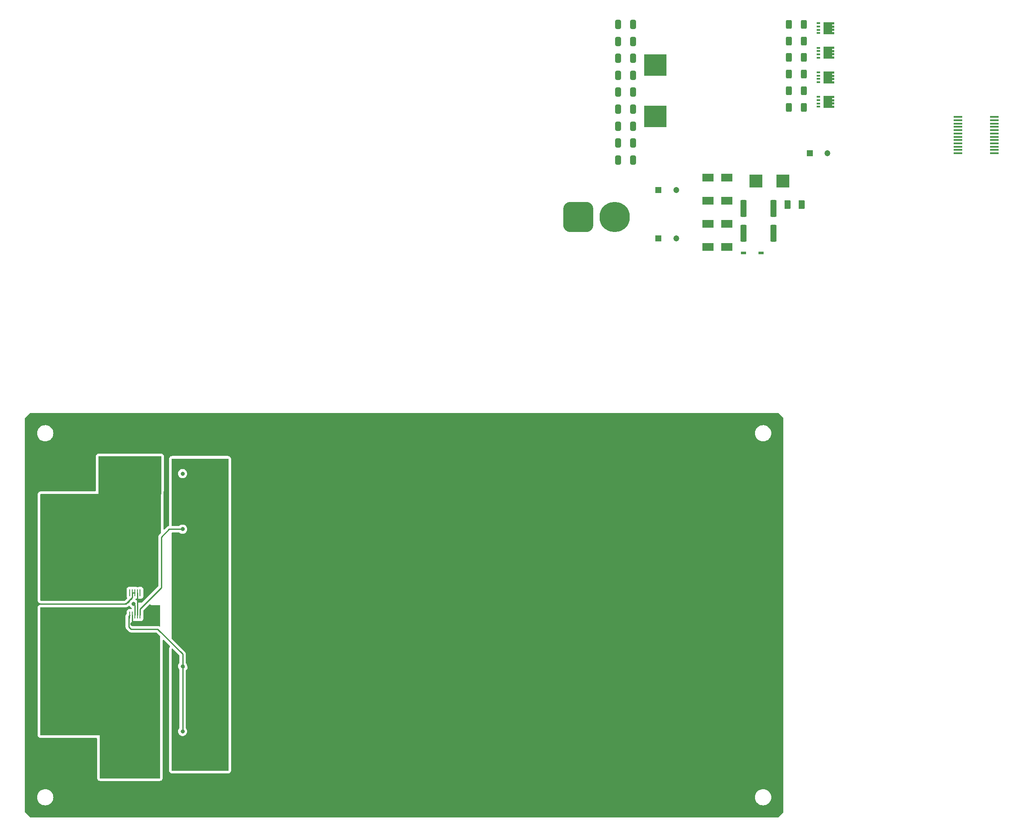
<source format=gtl>
G04 #@! TF.GenerationSoftware,KiCad,Pcbnew,7.0.1*
G04 #@! TF.CreationDate,2023-04-06T04:35:05-07:00*
G04 #@! TF.ProjectId,rps01,72707330-312e-46b6-9963-61645f706362,0*
G04 #@! TF.SameCoordinates,Original*
G04 #@! TF.FileFunction,Copper,L1,Top*
G04 #@! TF.FilePolarity,Positive*
%FSLAX46Y46*%
G04 Gerber Fmt 4.6, Leading zero omitted, Abs format (unit mm)*
G04 Created by KiCad (PCBNEW 7.0.1) date 2023-04-06 04:35:05*
%MOMM*%
%LPD*%
G01*
G04 APERTURE LIST*
G04 Aperture macros list*
%AMRoundRect*
0 Rectangle with rounded corners*
0 $1 Rounding radius*
0 $2 $3 $4 $5 $6 $7 $8 $9 X,Y pos of 4 corners*
0 Add a 4 corners polygon primitive as box body*
4,1,4,$2,$3,$4,$5,$6,$7,$8,$9,$2,$3,0*
0 Add four circle primitives for the rounded corners*
1,1,$1+$1,$2,$3*
1,1,$1+$1,$4,$5*
1,1,$1+$1,$6,$7*
1,1,$1+$1,$8,$9*
0 Add four rect primitives between the rounded corners*
20,1,$1+$1,$2,$3,$4,$5,0*
20,1,$1+$1,$4,$5,$6,$7,0*
20,1,$1+$1,$6,$7,$8,$9,0*
20,1,$1+$1,$8,$9,$2,$3,0*%
%AMFreePoly0*
4,1,37,1.303536,1.188536,1.305000,1.185000,1.305000,0.765000,1.303536,0.761464,1.300000,0.760000,0.855000,0.760000,0.855000,0.540000,1.300000,0.540000,1.303536,0.538536,1.305000,0.535000,1.305000,0.115000,1.303536,0.111464,1.300000,0.110000,0.855000,0.110000,0.855000,-0.110000,1.300000,-0.110000,1.303536,-0.111464,1.305000,-0.115000,1.305000,-0.535000,1.303536,-0.538536,
1.300000,-0.540000,0.855000,-0.540000,0.855000,-0.760000,1.300000,-0.760000,1.303536,-0.761464,1.305000,-0.765000,1.305000,-1.185000,1.303536,-1.188536,1.300000,-1.190000,-0.850000,-1.190000,-0.853536,-1.188536,-0.855000,-1.185000,-0.855000,1.185000,-0.853536,1.188536,-0.850000,1.190000,1.300000,1.190000,1.303536,1.188536,1.303536,1.188536,$1*%
G04 Aperture macros list end*
G04 #@! TA.AperFunction,ComponentPad*
%ADD10RoundRect,1.900000X1.900000X-1.900000X1.900000X1.900000X-1.900000X1.900000X-1.900000X-1.900000X0*%
G04 #@! TD*
G04 #@! TA.AperFunction,ComponentPad*
%ADD11C,7.600000*%
G04 #@! TD*
G04 #@! TA.AperFunction,SMDPad,CuDef*
%ADD12R,2.184400X1.625600*%
G04 #@! TD*
G04 #@! TA.AperFunction,SMDPad,CuDef*
%ADD13RoundRect,0.250000X-0.362500X-1.425000X0.362500X-1.425000X0.362500X1.425000X-0.362500X1.425000X0*%
G04 #@! TD*
G04 #@! TA.AperFunction,SMDPad,CuDef*
%ADD14RoundRect,0.250000X-0.325000X-0.650000X0.325000X-0.650000X0.325000X0.650000X-0.325000X0.650000X0*%
G04 #@! TD*
G04 #@! TA.AperFunction,SMDPad,CuDef*
%ADD15RoundRect,0.250000X-0.312500X-0.625000X0.312500X-0.625000X0.312500X0.625000X-0.312500X0.625000X0*%
G04 #@! TD*
G04 #@! TA.AperFunction,ComponentPad*
%ADD16R,1.200000X1.200000*%
G04 #@! TD*
G04 #@! TA.AperFunction,ComponentPad*
%ADD17C,1.200000*%
G04 #@! TD*
G04 #@! TA.AperFunction,SMDPad,CuDef*
%ADD18R,0.700000X0.420000*%
G04 #@! TD*
G04 #@! TA.AperFunction,SMDPad,CuDef*
%ADD19FreePoly0,0.000000*%
G04 #@! TD*
G04 #@! TA.AperFunction,SMDPad,CuDef*
%ADD20RoundRect,0.250000X-0.375000X-0.625000X0.375000X-0.625000X0.375000X0.625000X-0.375000X0.625000X0*%
G04 #@! TD*
G04 #@! TA.AperFunction,SMDPad,CuDef*
%ADD21R,0.279400X1.333500*%
G04 #@! TD*
G04 #@! TA.AperFunction,SMDPad,CuDef*
%ADD22R,2.560396X2.499995*%
G04 #@! TD*
G04 #@! TA.AperFunction,ComponentPad*
%ADD23RoundRect,1.900000X-1.900000X1.900000X-1.900000X-1.900000X1.900000X-1.900000X1.900000X1.900000X0*%
G04 #@! TD*
G04 #@! TA.AperFunction,SMDPad,CuDef*
%ADD24R,1.651000X0.431800*%
G04 #@! TD*
G04 #@! TA.AperFunction,SMDPad,CuDef*
%ADD25R,1.111200X0.600800*%
G04 #@! TD*
G04 #@! TA.AperFunction,ComponentPad*
%ADD26RoundRect,1.900000X-1.900000X-1.900000X1.900000X-1.900000X1.900000X1.900000X-1.900000X1.900000X0*%
G04 #@! TD*
G04 #@! TA.AperFunction,ComponentPad*
%ADD27RoundRect,1.500000X-1.500000X-1.500000X1.500000X-1.500000X1.500000X1.500000X-1.500000X1.500000X0*%
G04 #@! TD*
G04 #@! TA.AperFunction,ComponentPad*
%ADD28C,6.000000*%
G04 #@! TD*
G04 #@! TA.AperFunction,SMDPad,CuDef*
%ADD29R,4.521200X4.241800*%
G04 #@! TD*
G04 #@! TA.AperFunction,ViaPad*
%ADD30C,0.800000*%
G04 #@! TD*
G04 #@! TA.AperFunction,Conductor*
%ADD31C,0.250000*%
G04 #@! TD*
G04 APERTURE END LIST*
D10*
X22750000Y-88000000D03*
D11*
X22750000Y-77000000D03*
D12*
X149111500Y18961500D03*
X152819900Y18961500D03*
D13*
X156120000Y22010000D03*
X162045000Y22010000D03*
D14*
X131297500Y38290000D03*
X134247500Y38290000D03*
D15*
X165100000Y41970000D03*
X168025000Y41970000D03*
D14*
X131297500Y41640000D03*
X134247500Y41640000D03*
D16*
X139297500Y16090000D03*
D17*
X142797500Y16090000D03*
D18*
X170967500Y58615000D03*
X170967500Y57965000D03*
X170967500Y57315000D03*
X170967500Y56665000D03*
D19*
X172817500Y57640000D03*
D14*
X131297500Y31590000D03*
X134247500Y31590000D03*
D12*
X149111500Y14380100D03*
X152819900Y14380100D03*
D14*
X131297500Y58390000D03*
X134247500Y58390000D03*
D20*
X164872500Y22760000D03*
X167672500Y22760000D03*
D21*
X36750760Y-54033850D03*
X36250380Y-54033850D03*
X35750000Y-54033850D03*
X35249620Y-54033850D03*
X34749240Y-54033850D03*
X34749240Y-58466150D03*
X35249620Y-58466150D03*
X35750000Y-58466150D03*
X36250380Y-58466150D03*
X36750760Y-58466150D03*
D22*
X158592497Y27434804D03*
X163936885Y27434804D03*
D18*
X170967500Y44065000D03*
X170967500Y43415000D03*
X170967500Y42765000D03*
X170967500Y42115000D03*
D19*
X172817500Y43090000D03*
D15*
X165100000Y58420000D03*
X168025000Y58420000D03*
D23*
X22750000Y-28500000D03*
D11*
X22750000Y-39500000D03*
D18*
X170967500Y48915000D03*
X170967500Y48265000D03*
X170967500Y47615000D03*
X170967500Y46965000D03*
D19*
X172817500Y47940000D03*
D15*
X165100000Y45260000D03*
X168025000Y45260000D03*
D16*
X139297500Y25640000D03*
D17*
X142797500Y25640000D03*
D15*
X165100000Y51840000D03*
X168025000Y51840000D03*
X165100000Y48550000D03*
X168025000Y48550000D03*
D18*
X170967500Y53765000D03*
X170967500Y53115000D03*
X170967500Y52465000D03*
X170967500Y51815000D03*
D19*
X172817500Y52790000D03*
D14*
X131297500Y34940000D03*
X134247500Y34940000D03*
D24*
X198508100Y40072640D03*
X198508100Y39422400D03*
X198508100Y38772160D03*
X198508100Y38121920D03*
X198508100Y37471680D03*
X198508100Y36821440D03*
X198508100Y36171200D03*
X198508100Y35520960D03*
X198508100Y34870720D03*
X198508100Y34220480D03*
X198508100Y33570240D03*
X198508100Y32920000D03*
X205772500Y32920000D03*
X205772500Y33570240D03*
X205772500Y34220480D03*
X205772500Y34870720D03*
X205772500Y35520960D03*
X205772500Y36171200D03*
X205772500Y36821440D03*
X205772500Y37471680D03*
X205772500Y38121920D03*
X205772500Y38772160D03*
X205772500Y39422400D03*
X205772500Y40072640D03*
D14*
X131297500Y55040000D03*
X134247500Y55040000D03*
D12*
X149111500Y23542900D03*
X152819900Y23542900D03*
D14*
X131297500Y51690000D03*
X134247500Y51690000D03*
D13*
X156120000Y17120000D03*
X162045000Y17120000D03*
D25*
X156123300Y13169800D03*
X159573300Y13169800D03*
D26*
X47840000Y-55880000D03*
D11*
X58840000Y-55880000D03*
D16*
X169252500Y32920000D03*
D17*
X172752500Y32920000D03*
D14*
X131297500Y44990000D03*
X134247500Y44990000D03*
D27*
X123400000Y20320000D03*
D28*
X130600000Y20320000D03*
D14*
X131297500Y48340000D03*
X134247500Y48340000D03*
D12*
X149111500Y28124300D03*
X152819900Y28124300D03*
D29*
X138688300Y50314399D03*
X138688300Y40164401D03*
D15*
X165100000Y55130000D03*
X168025000Y55130000D03*
D30*
X15500000Y-56250000D03*
X35500000Y-56250000D03*
X32750000Y-30750000D03*
X33000000Y-46000000D03*
X37750000Y-35750000D03*
X32500000Y-35250000D03*
X37750000Y-30750000D03*
X35250000Y-33000000D03*
X35000000Y-44000000D03*
X33000000Y-42250000D03*
X37250000Y-46000000D03*
X37250000Y-42250000D03*
X35250000Y-60250000D03*
X35000000Y-71250000D03*
X32250000Y-81000000D03*
X32250000Y-68500000D03*
X37750000Y-68500000D03*
X32000000Y-86500000D03*
X37750000Y-73750000D03*
X32000000Y-73750000D03*
X37500000Y-86500000D03*
X38250000Y-80750000D03*
X35000000Y-84000000D03*
X45172200Y-81460000D03*
X45172200Y-68580000D03*
X45172200Y-41460000D03*
X45172200Y-30480000D03*
D31*
X33989540Y-56250000D02*
X15500000Y-56250000D01*
X35249620Y-54989920D02*
X33989540Y-56250000D01*
X35249620Y-54033850D02*
X35249620Y-54989920D01*
X35249620Y-54033850D02*
X35750000Y-54033850D01*
X15500000Y-56250000D02*
X15250000Y-56250000D01*
X35750000Y-56500000D02*
X35500000Y-56250000D01*
X35750000Y-58466150D02*
X35750000Y-56500000D01*
X36250380Y-58466150D02*
X36250380Y-54033850D01*
X35249620Y-58466150D02*
X35249620Y-60249620D01*
X35249620Y-60249620D02*
X35250000Y-60250000D01*
X45172200Y-81460000D02*
X45172200Y-68580000D01*
X45500000Y-68800000D02*
X45280000Y-68580000D01*
X34525000Y-60775000D02*
X35000000Y-61250000D01*
X35000000Y-61250000D02*
X40250000Y-61250000D01*
X34525000Y-58690390D02*
X34525000Y-60775000D01*
X45280000Y-68580000D02*
X45172200Y-68580000D01*
X45172200Y-66172200D02*
X45172200Y-68580000D01*
X34749240Y-58466150D02*
X34525000Y-58690390D01*
X40250000Y-61250000D02*
X45172200Y-66172200D01*
X41000000Y-53000000D02*
X41000000Y-43000000D01*
X41000000Y-43000000D02*
X42540000Y-41460000D01*
X36750760Y-58466150D02*
X36750760Y-57249240D01*
X36750760Y-57249240D02*
X41000000Y-53000000D01*
X42540000Y-41460000D02*
X45172200Y-41460000D01*
G04 #@! TA.AperFunction,Conductor*
G36*
X34652292Y-56624301D02*
G01*
X34690788Y-56665403D01*
X34760957Y-56786941D01*
X34760960Y-56786944D01*
X34888747Y-56928866D01*
X34911642Y-56945500D01*
X35046281Y-57043322D01*
X35081698Y-57068121D01*
X35107471Y-57107808D01*
X35116500Y-57154259D01*
X35116500Y-57172090D01*
X35097606Y-57237883D01*
X35046681Y-57283626D01*
X34979247Y-57295379D01*
X34937578Y-57290900D01*
X34560902Y-57290900D01*
X34533985Y-57293793D01*
X34500334Y-57297411D01*
X34363336Y-57348510D01*
X34246278Y-57436138D01*
X34158650Y-57553196D01*
X34107551Y-57690194D01*
X34101040Y-57750766D01*
X34101040Y-58167082D01*
X34091602Y-58214533D01*
X34064723Y-58254761D01*
X34048864Y-58270620D01*
X34046321Y-58273898D01*
X34038752Y-58282759D01*
X34008414Y-58315067D01*
X33998582Y-58332953D01*
X33987901Y-58349213D01*
X33975385Y-58365349D01*
X33957786Y-58406018D01*
X33952648Y-58416507D01*
X33931303Y-58455333D01*
X33926226Y-58475108D01*
X33919925Y-58493513D01*
X33911818Y-58512246D01*
X33904888Y-58556000D01*
X33902520Y-58567436D01*
X33891500Y-58610360D01*
X33891500Y-58630774D01*
X33889973Y-58650173D01*
X33886780Y-58670331D01*
X33890950Y-58714447D01*
X33891500Y-58726116D01*
X33891500Y-60691367D01*
X33889210Y-60712108D01*
X33891439Y-60783017D01*
X33891500Y-60786913D01*
X33891500Y-60814855D01*
X33892018Y-60818956D01*
X33892934Y-60830597D01*
X33894326Y-60874888D01*
X33900022Y-60894492D01*
X33903967Y-60913544D01*
X33906525Y-60933798D01*
X33922838Y-60975001D01*
X33926621Y-60986049D01*
X33938982Y-61028593D01*
X33949374Y-61046166D01*
X33957931Y-61063633D01*
X33965448Y-61082618D01*
X33991491Y-61118463D01*
X33997905Y-61128227D01*
X34020458Y-61166362D01*
X34034890Y-61180794D01*
X34047526Y-61195589D01*
X34059526Y-61212105D01*
X34093667Y-61240349D01*
X34102308Y-61248212D01*
X34492910Y-61638814D01*
X34505959Y-61655101D01*
X34507999Y-61657016D01*
X34508000Y-61657018D01*
X34557701Y-61703690D01*
X34560434Y-61706338D01*
X34580230Y-61726134D01*
X34583493Y-61728665D01*
X34592369Y-61736245D01*
X34624679Y-61766586D01*
X34642572Y-61776422D01*
X34658831Y-61787103D01*
X34674959Y-61799613D01*
X34715625Y-61817210D01*
X34726106Y-61822346D01*
X34747567Y-61834144D01*
X34764940Y-61843695D01*
X34784710Y-61848771D01*
X34803115Y-61855071D01*
X34821855Y-61863181D01*
X34865618Y-61870111D01*
X34877045Y-61872478D01*
X34919970Y-61883500D01*
X34940391Y-61883500D01*
X34959788Y-61885026D01*
X34968555Y-61886415D01*
X34979942Y-61888219D01*
X34979942Y-61888218D01*
X34979943Y-61888219D01*
X35024049Y-61884049D01*
X35035718Y-61883500D01*
X39936234Y-61883500D01*
X39983687Y-61892939D01*
X40023915Y-61919819D01*
X40713681Y-62609585D01*
X40740561Y-62649813D01*
X40750000Y-62697266D01*
X40750000Y-90626000D01*
X40733387Y-90688000D01*
X40688000Y-90733387D01*
X40626000Y-90750000D01*
X28874000Y-90750000D01*
X28812000Y-90733387D01*
X28766613Y-90688000D01*
X28750000Y-90626000D01*
X28750000Y-82250000D01*
X17124000Y-82250000D01*
X17062000Y-82233387D01*
X17016613Y-82188000D01*
X17000000Y-82126000D01*
X17000000Y-57007500D01*
X17016613Y-56945500D01*
X17062000Y-56900113D01*
X17124000Y-56883500D01*
X33905907Y-56883500D01*
X33926648Y-56885789D01*
X33929445Y-56885701D01*
X33929449Y-56885702D01*
X33997557Y-56883560D01*
X34001453Y-56883500D01*
X34029394Y-56883500D01*
X34029396Y-56883500D01*
X34033496Y-56882981D01*
X34045146Y-56882064D01*
X34089429Y-56880673D01*
X34109038Y-56874975D01*
X34128071Y-56871033D01*
X34148337Y-56868474D01*
X34189546Y-56852157D01*
X34200577Y-56848380D01*
X34243133Y-56836018D01*
X34260700Y-56825628D01*
X34278172Y-56817068D01*
X34297157Y-56809552D01*
X34333015Y-56783498D01*
X34342763Y-56777096D01*
X34380902Y-56754542D01*
X34395340Y-56740103D01*
X34410128Y-56727472D01*
X34426647Y-56715472D01*
X34454899Y-56681319D01*
X34462743Y-56672699D01*
X34495722Y-56639720D01*
X34543543Y-56609984D01*
X34599586Y-56604464D01*
X34652292Y-56624301D01*
G37*
G04 #@! TD.AperFunction*
G04 #@! TA.AperFunction,Conductor*
G36*
X38694733Y-56292856D02*
G01*
X38750571Y-56327579D01*
X38761451Y-56339349D01*
X38805474Y-56376950D01*
X38872539Y-56421762D01*
X38905845Y-56444016D01*
X39019099Y-56485797D01*
X39075394Y-56499312D01*
X39135329Y-56506405D01*
X39195262Y-56513500D01*
X40626000Y-56513500D01*
X40688000Y-56530113D01*
X40733387Y-56575500D01*
X40750000Y-56637500D01*
X40750000Y-60587325D01*
X40735128Y-60646207D01*
X40694079Y-60690965D01*
X40636701Y-60710862D01*
X40576755Y-60701127D01*
X40534377Y-60682789D01*
X40523883Y-60677648D01*
X40485062Y-60656305D01*
X40473386Y-60653307D01*
X40465284Y-60651227D01*
X40446879Y-60644926D01*
X40428145Y-60636819D01*
X40428143Y-60636818D01*
X40428142Y-60636818D01*
X40384383Y-60629887D01*
X40372943Y-60627518D01*
X40330031Y-60616500D01*
X40330030Y-60616500D01*
X40309616Y-60616500D01*
X40290217Y-60614973D01*
X40270058Y-60611780D01*
X40270057Y-60611780D01*
X40237318Y-60614874D01*
X40225943Y-60615950D01*
X40214274Y-60616500D01*
X35313767Y-60616500D01*
X35266314Y-60607061D01*
X35226086Y-60580181D01*
X35194819Y-60548914D01*
X35167939Y-60508686D01*
X35158500Y-60461233D01*
X35158500Y-59677602D01*
X35177005Y-59612435D01*
X35226995Y-59566718D01*
X35293552Y-59554096D01*
X35356810Y-59578335D01*
X35364096Y-59583789D01*
X35501094Y-59634888D01*
X35501097Y-59634888D01*
X35501099Y-59634889D01*
X35561662Y-59641400D01*
X35938334Y-59641400D01*
X35938338Y-59641400D01*
X35986939Y-59636175D01*
X36013441Y-59636175D01*
X36062042Y-59641400D01*
X36438714Y-59641400D01*
X36438718Y-59641400D01*
X36487319Y-59636175D01*
X36513821Y-59636175D01*
X36562422Y-59641400D01*
X36939094Y-59641400D01*
X36939098Y-59641400D01*
X36999661Y-59634889D01*
X36999663Y-59634888D01*
X36999665Y-59634888D01*
X37077584Y-59605824D01*
X37136664Y-59583789D01*
X37253721Y-59496161D01*
X37341349Y-59379104D01*
X37392449Y-59242101D01*
X37398960Y-59181538D01*
X37398960Y-57750762D01*
X37392449Y-57690199D01*
X37392079Y-57689207D01*
X37384260Y-57645871D01*
X37384260Y-57563006D01*
X37393699Y-57515553D01*
X37420579Y-57475325D01*
X37995791Y-56900113D01*
X38571836Y-56324067D01*
X38628992Y-56291565D01*
X38694733Y-56292856D01*
G37*
G04 #@! TD.AperFunction*
G04 #@! TA.AperFunction,Conductor*
G36*
X54188000Y-27516613D02*
G01*
X54233387Y-27562000D01*
X54250000Y-27624000D01*
X54250000Y-89126000D01*
X54233387Y-89188000D01*
X54188000Y-89233387D01*
X54126000Y-89250000D01*
X43124000Y-89250000D01*
X43062000Y-89233387D01*
X43016613Y-89188000D01*
X43000000Y-89126000D01*
X43000000Y-65195267D01*
X43013515Y-65138972D01*
X43051115Y-65094949D01*
X43104602Y-65072794D01*
X43162318Y-65077336D01*
X43211681Y-65107586D01*
X44502381Y-66398286D01*
X44529261Y-66438514D01*
X44538700Y-66485967D01*
X44538700Y-67878243D01*
X44530464Y-67922681D01*
X44506851Y-67961212D01*
X44475158Y-67996412D01*
X44433157Y-68043058D01*
X44337672Y-68208443D01*
X44278658Y-68390070D01*
X44258696Y-68579999D01*
X44278658Y-68769929D01*
X44337672Y-68951556D01*
X44433157Y-69116941D01*
X44433160Y-69116944D01*
X44506851Y-69198787D01*
X44530464Y-69237319D01*
X44538700Y-69281757D01*
X44538700Y-80758243D01*
X44530464Y-80802681D01*
X44506851Y-80841212D01*
X44475158Y-80876412D01*
X44433157Y-80923058D01*
X44337672Y-81088443D01*
X44278658Y-81270070D01*
X44258696Y-81460000D01*
X44278658Y-81649929D01*
X44337672Y-81831556D01*
X44433157Y-81996941D01*
X44433160Y-81996944D01*
X44560947Y-82138866D01*
X44715448Y-82251118D01*
X44889914Y-82328795D01*
X45076711Y-82368500D01*
X45076713Y-82368500D01*
X45267687Y-82368500D01*
X45267689Y-82368500D01*
X45454485Y-82328795D01*
X45454486Y-82328794D01*
X45454488Y-82328794D01*
X45628952Y-82251118D01*
X45783453Y-82138866D01*
X45911240Y-81996944D01*
X46006727Y-81831556D01*
X46065742Y-81649928D01*
X46085704Y-81460000D01*
X46065742Y-81270072D01*
X46006727Y-81088444D01*
X46006727Y-81088443D01*
X45911242Y-80923058D01*
X45897946Y-80908291D01*
X45837548Y-80841212D01*
X45813936Y-80802681D01*
X45805700Y-80758243D01*
X45805700Y-69423849D01*
X45820113Y-69365826D01*
X45860001Y-69321291D01*
X45869953Y-69314527D01*
X45922271Y-69278972D01*
X46028120Y-69158910D01*
X46100786Y-69016296D01*
X46135702Y-68860091D01*
X46130673Y-68700111D01*
X46130673Y-68700109D01*
X46112549Y-68637729D01*
X46086018Y-68546407D01*
X46086016Y-68546404D01*
X46083081Y-68536301D01*
X46078838Y-68514677D01*
X46065742Y-68390072D01*
X46006727Y-68208444D01*
X46006727Y-68208443D01*
X45911242Y-68043058D01*
X45897946Y-68028291D01*
X45837548Y-67961212D01*
X45813936Y-67922681D01*
X45805700Y-67878243D01*
X45805700Y-66255833D01*
X45807989Y-66235091D01*
X45807901Y-66232294D01*
X45807902Y-66232291D01*
X45805760Y-66164182D01*
X45805700Y-66160287D01*
X45805700Y-66132346D01*
X45805182Y-66128249D01*
X45804264Y-66116590D01*
X45802873Y-66072311D01*
X45797178Y-66052712D01*
X45793233Y-66033664D01*
X45790674Y-66013403D01*
X45774364Y-65972209D01*
X45770580Y-65961156D01*
X45763887Y-65938121D01*
X45758218Y-65918607D01*
X45747822Y-65901029D01*
X45739269Y-65883571D01*
X45731752Y-65864583D01*
X45705703Y-65828730D01*
X45699299Y-65818980D01*
X45676742Y-65780838D01*
X45662307Y-65766403D01*
X45649669Y-65751606D01*
X45637672Y-65735093D01*
X45603524Y-65706843D01*
X45594885Y-65698981D01*
X43036319Y-63140414D01*
X43009439Y-63100186D01*
X43000000Y-63052733D01*
X43000000Y-42217500D01*
X43016613Y-42155500D01*
X43062000Y-42110113D01*
X43124000Y-42093500D01*
X44464891Y-42093500D01*
X44515327Y-42104221D01*
X44557042Y-42134529D01*
X44560946Y-42138865D01*
X44715448Y-42251118D01*
X44889914Y-42328795D01*
X45076711Y-42368500D01*
X45076713Y-42368500D01*
X45267687Y-42368500D01*
X45267689Y-42368500D01*
X45454485Y-42328795D01*
X45454486Y-42328794D01*
X45454488Y-42328794D01*
X45628952Y-42251118D01*
X45783453Y-42138866D01*
X45911240Y-41996944D01*
X46006727Y-41831556D01*
X46065742Y-41649928D01*
X46085704Y-41460000D01*
X46065742Y-41270072D01*
X46006727Y-41088444D01*
X46006727Y-41088443D01*
X45911242Y-40923058D01*
X45880882Y-40889340D01*
X45783453Y-40781134D01*
X45628952Y-40668882D01*
X45628951Y-40668881D01*
X45454485Y-40591204D01*
X45267689Y-40551500D01*
X45267687Y-40551500D01*
X45076713Y-40551500D01*
X45076711Y-40551500D01*
X44889914Y-40591204D01*
X44715448Y-40668881D01*
X44560946Y-40781134D01*
X44557042Y-40785471D01*
X44515327Y-40815779D01*
X44464891Y-40826500D01*
X43124000Y-40826500D01*
X43062000Y-40809887D01*
X43016613Y-40764500D01*
X43000000Y-40702500D01*
X43000000Y-30479999D01*
X44258696Y-30479999D01*
X44278658Y-30669929D01*
X44337672Y-30851556D01*
X44433157Y-31016941D01*
X44433160Y-31016944D01*
X44560947Y-31158866D01*
X44715447Y-31271117D01*
X44715448Y-31271118D01*
X44889914Y-31348795D01*
X45076711Y-31388500D01*
X45076713Y-31388500D01*
X45267687Y-31388500D01*
X45267689Y-31388500D01*
X45454485Y-31348795D01*
X45454486Y-31348794D01*
X45454488Y-31348794D01*
X45628952Y-31271118D01*
X45783453Y-31158866D01*
X45911240Y-31016944D01*
X46006727Y-30851556D01*
X46065742Y-30669928D01*
X46085704Y-30480000D01*
X46065742Y-30290072D01*
X46006727Y-30108444D01*
X46006727Y-30108443D01*
X45911242Y-29943058D01*
X45891642Y-29921291D01*
X45783453Y-29801134D01*
X45628952Y-29688882D01*
X45628951Y-29688881D01*
X45454485Y-29611204D01*
X45267689Y-29571500D01*
X45267687Y-29571500D01*
X45076713Y-29571500D01*
X45076711Y-29571500D01*
X44889914Y-29611204D01*
X44715448Y-29688881D01*
X44560948Y-29801133D01*
X44433157Y-29943058D01*
X44337672Y-30108443D01*
X44278658Y-30290070D01*
X44258696Y-30479999D01*
X43000000Y-30479999D01*
X43000000Y-27624000D01*
X43016613Y-27562000D01*
X43062000Y-27516613D01*
X43124000Y-27500000D01*
X54126000Y-27500000D01*
X54188000Y-27516613D01*
G37*
G04 #@! TD.AperFunction*
G04 #@! TA.AperFunction,Conductor*
G36*
X40937235Y-27016791D02*
G01*
X40982669Y-27062618D01*
X40998922Y-27125069D01*
X40869097Y-42184698D01*
X40859457Y-42231575D01*
X40832783Y-42271310D01*
X40611180Y-42492913D01*
X40594895Y-42505961D01*
X40546338Y-42557669D01*
X40543632Y-42560462D01*
X40523861Y-42580233D01*
X40521321Y-42583508D01*
X40513752Y-42592369D01*
X40483414Y-42624677D01*
X40473582Y-42642563D01*
X40462901Y-42658823D01*
X40450385Y-42674959D01*
X40432786Y-42715628D01*
X40427648Y-42726117D01*
X40406303Y-42764943D01*
X40401226Y-42784718D01*
X40394925Y-42803123D01*
X40386818Y-42821856D01*
X40379888Y-42865610D01*
X40377520Y-42877046D01*
X40366500Y-42919970D01*
X40366500Y-42940384D01*
X40364973Y-42959783D01*
X40361780Y-42979941D01*
X40365950Y-43024057D01*
X40366500Y-43035726D01*
X40366500Y-52686234D01*
X40357061Y-52733687D01*
X40330181Y-52773915D01*
X37140414Y-55963681D01*
X37100186Y-55990561D01*
X37052733Y-56000000D01*
X36464114Y-56000000D01*
X36413678Y-55989279D01*
X36371963Y-55958972D01*
X36346183Y-55914317D01*
X36334527Y-55878444D01*
X36239042Y-55713058D01*
X36165630Y-55631526D01*
X36111253Y-55571134D01*
X35956752Y-55458882D01*
X35956751Y-55458881D01*
X35922035Y-55443425D01*
X35872187Y-55403078D01*
X35849162Y-55343224D01*
X35859119Y-55279871D01*
X35899395Y-55229965D01*
X35959214Y-55206855D01*
X35998901Y-55202589D01*
X35998903Y-55202588D01*
X35998905Y-55202588D01*
X36135901Y-55151490D01*
X36135900Y-55151490D01*
X36135904Y-55151489D01*
X36176071Y-55121419D01*
X36224022Y-55099522D01*
X36276738Y-55099522D01*
X36324688Y-55121419D01*
X36364856Y-55151489D01*
X36364857Y-55151489D01*
X36364858Y-55151490D01*
X36501854Y-55202588D01*
X36501857Y-55202588D01*
X36501859Y-55202589D01*
X36562422Y-55209100D01*
X36939094Y-55209100D01*
X36939098Y-55209100D01*
X36999661Y-55202589D01*
X36999663Y-55202588D01*
X36999665Y-55202588D01*
X37077584Y-55173524D01*
X37136664Y-55151489D01*
X37253721Y-55063861D01*
X37341349Y-54946804D01*
X37392449Y-54809801D01*
X37398960Y-54749238D01*
X37398960Y-53318462D01*
X37392449Y-53257899D01*
X37392448Y-53257897D01*
X37392448Y-53257894D01*
X37341349Y-53120896D01*
X37253721Y-53003838D01*
X37136663Y-52916210D01*
X36999665Y-52865111D01*
X36969379Y-52861855D01*
X36939098Y-52858600D01*
X36562422Y-52858600D01*
X36535505Y-52861493D01*
X36501854Y-52865111D01*
X36364858Y-52916209D01*
X36324690Y-52946279D01*
X36276738Y-52968177D01*
X36224022Y-52968177D01*
X36176070Y-52946279D01*
X36135901Y-52916209D01*
X35998905Y-52865111D01*
X35968619Y-52861855D01*
X35938338Y-52858600D01*
X35561662Y-52858600D01*
X35513061Y-52863825D01*
X35486559Y-52863825D01*
X35437958Y-52858600D01*
X35061282Y-52858600D01*
X35012681Y-52863825D01*
X34986179Y-52863825D01*
X34937578Y-52858600D01*
X34560902Y-52858600D01*
X34533985Y-52861493D01*
X34500334Y-52865111D01*
X34363336Y-52916210D01*
X34246278Y-53003838D01*
X34158650Y-53120896D01*
X34107551Y-53257894D01*
X34101040Y-53318466D01*
X34101040Y-54749234D01*
X34107551Y-54809805D01*
X34158649Y-54946801D01*
X34196228Y-54997001D01*
X34219243Y-55050749D01*
X34215072Y-55109067D01*
X34184641Y-55158992D01*
X33763454Y-55580181D01*
X33723226Y-55607061D01*
X33675773Y-55616500D01*
X17124000Y-55616500D01*
X17062000Y-55599887D01*
X17016613Y-55554500D01*
X17000000Y-55492500D01*
X17000000Y-34624000D01*
X17016613Y-34562000D01*
X17062000Y-34516613D01*
X17124000Y-34500000D01*
X28500000Y-34500000D01*
X28500000Y-27124000D01*
X28516613Y-27062000D01*
X28562000Y-27016613D01*
X28624000Y-27000000D01*
X40874927Y-27000000D01*
X40937235Y-27016791D01*
G37*
G04 #@! TD.AperFunction*
G04 #@! TA.AperFunction,Conductor*
G36*
X35189937Y-55194873D02*
G01*
X35227762Y-55245193D01*
X35236004Y-55307603D01*
X35212538Y-55366017D01*
X35163412Y-55405381D01*
X35043248Y-55458881D01*
X34888748Y-55571133D01*
X34760957Y-55713058D01*
X34665473Y-55878442D01*
X34622212Y-56011585D01*
X34599097Y-56053178D01*
X34562018Y-56083004D01*
X34516438Y-56096669D01*
X34493202Y-56098957D01*
X34378489Y-56123732D01*
X34272385Y-56173916D01*
X34224564Y-56203651D01*
X34132622Y-56276621D01*
X34099650Y-56309593D01*
X34082944Y-56327103D01*
X34080695Y-56329575D01*
X34039997Y-56359138D01*
X33990904Y-56370101D01*
X33989721Y-56370119D01*
X33984948Y-56370231D01*
X33981423Y-56370314D01*
X33981391Y-56370314D01*
X33981391Y-56370315D01*
X33942348Y-56371541D01*
X33931651Y-56371415D01*
X33905911Y-56370000D01*
X33905907Y-56370000D01*
X33763090Y-56370000D01*
X33702855Y-56354387D01*
X33657789Y-56311480D01*
X33639239Y-56252084D01*
X33651878Y-56191156D01*
X33692522Y-56144039D01*
X33750936Y-56122597D01*
X33753535Y-56122340D01*
X33775952Y-56120133D01*
X33814311Y-56112503D01*
X33823406Y-56110694D01*
X33919733Y-56081473D01*
X33919733Y-56081472D01*
X33919736Y-56081472D01*
X34008515Y-56034018D01*
X34048743Y-56007138D01*
X34126554Y-55943279D01*
X34547741Y-55522090D01*
X34623109Y-55426253D01*
X34653540Y-55376328D01*
X34696806Y-55281587D01*
X34724030Y-55243357D01*
X34763514Y-55217982D01*
X34809600Y-55209100D01*
X34937574Y-55209100D01*
X34937578Y-55209100D01*
X34998141Y-55202589D01*
X35069642Y-55175919D01*
X35132276Y-55169612D01*
X35189937Y-55194873D01*
G37*
G04 #@! TD.AperFunction*
G04 #@! TA.AperFunction,Conductor*
G36*
X162995883Y-18489939D02*
G01*
X163036111Y-18516819D01*
X163963181Y-19443888D01*
X163990061Y-19484116D01*
X163999500Y-19531569D01*
X163999500Y-97428431D01*
X163990061Y-97475884D01*
X163963181Y-97516112D01*
X163036111Y-98443181D01*
X162995883Y-98470061D01*
X162948430Y-98479500D01*
X15051569Y-98479500D01*
X15004116Y-98470061D01*
X14963888Y-98443181D01*
X14036819Y-97516111D01*
X14009939Y-97475883D01*
X14000500Y-97428430D01*
X14000500Y-94480000D01*
X16394551Y-94480000D01*
X16414317Y-94731149D01*
X16473126Y-94976110D01*
X16521330Y-95092485D01*
X16569534Y-95208859D01*
X16701164Y-95423659D01*
X16864776Y-95615224D01*
X17056341Y-95778836D01*
X17271141Y-95910466D01*
X17503889Y-96006873D01*
X17748852Y-96065683D01*
X18000000Y-96085449D01*
X18251148Y-96065683D01*
X18496111Y-96006873D01*
X18728859Y-95910466D01*
X18943659Y-95778836D01*
X19135224Y-95615224D01*
X19298836Y-95423659D01*
X19430466Y-95208859D01*
X19526873Y-94976111D01*
X19585683Y-94731148D01*
X19605449Y-94480000D01*
X158394551Y-94480000D01*
X158414317Y-94731149D01*
X158473126Y-94976110D01*
X158521330Y-95092485D01*
X158569534Y-95208859D01*
X158701164Y-95423659D01*
X158864776Y-95615224D01*
X159056341Y-95778836D01*
X159271141Y-95910466D01*
X159503889Y-96006873D01*
X159748852Y-96065683D01*
X160000000Y-96085449D01*
X160251148Y-96065683D01*
X160496111Y-96006873D01*
X160728859Y-95910466D01*
X160943659Y-95778836D01*
X161135224Y-95615224D01*
X161298836Y-95423659D01*
X161430466Y-95208859D01*
X161526873Y-94976111D01*
X161585683Y-94731148D01*
X161605449Y-94480000D01*
X161585683Y-94228852D01*
X161526873Y-93983889D01*
X161430466Y-93751141D01*
X161298836Y-93536341D01*
X161135224Y-93344776D01*
X160943659Y-93181164D01*
X160728859Y-93049534D01*
X160612484Y-93001330D01*
X160496110Y-92953126D01*
X160251149Y-92894317D01*
X160000000Y-92874551D01*
X159748850Y-92894317D01*
X159503889Y-92953126D01*
X159271139Y-93049535D01*
X159056342Y-93181163D01*
X158864776Y-93344776D01*
X158701163Y-93536342D01*
X158569535Y-93751139D01*
X158473126Y-93983889D01*
X158414317Y-94228850D01*
X158394551Y-94480000D01*
X19605449Y-94480000D01*
X19585683Y-94228852D01*
X19526873Y-93983889D01*
X19430466Y-93751141D01*
X19298836Y-93536341D01*
X19135224Y-93344776D01*
X18943659Y-93181164D01*
X18728859Y-93049534D01*
X18612484Y-93001330D01*
X18496110Y-92953126D01*
X18251149Y-92894317D01*
X18000000Y-92874551D01*
X17748850Y-92894317D01*
X17503889Y-92953126D01*
X17271139Y-93049535D01*
X17056342Y-93181163D01*
X16864776Y-93344776D01*
X16701163Y-93536342D01*
X16569535Y-93751139D01*
X16473126Y-93983889D01*
X16414317Y-94228850D01*
X16394551Y-94480000D01*
X14000500Y-94480000D01*
X14000500Y-82126001D01*
X16486500Y-82126001D01*
X16503996Y-82258901D01*
X16520611Y-82320909D01*
X16571908Y-82444751D01*
X16653513Y-82551099D01*
X16698900Y-82596486D01*
X16805248Y-82678091D01*
X16929090Y-82729388D01*
X16929095Y-82729390D01*
X16991095Y-82746003D01*
X17090773Y-82759125D01*
X17123999Y-82763500D01*
X17124000Y-82763500D01*
X28112500Y-82763500D01*
X28174500Y-82780113D01*
X28219887Y-82825500D01*
X28236500Y-82887500D01*
X28236500Y-90626001D01*
X28253996Y-90758901D01*
X28270611Y-90820909D01*
X28321908Y-90944751D01*
X28403513Y-91051099D01*
X28448900Y-91096486D01*
X28555248Y-91178091D01*
X28679090Y-91229388D01*
X28679095Y-91229390D01*
X28741095Y-91246003D01*
X28840773Y-91259125D01*
X28873999Y-91263500D01*
X28874000Y-91263500D01*
X40626000Y-91263500D01*
X40626001Y-91263500D01*
X40652580Y-91260000D01*
X40758905Y-91246003D01*
X40820905Y-91229390D01*
X40944751Y-91178091D01*
X41051099Y-91096486D01*
X41096486Y-91051099D01*
X41178091Y-90944751D01*
X41229390Y-90820905D01*
X41246003Y-90758905D01*
X41263500Y-90626000D01*
X41263500Y-63458766D01*
X41277015Y-63402471D01*
X41314615Y-63358448D01*
X41368102Y-63336293D01*
X41425818Y-63340835D01*
X41475181Y-63371085D01*
X42675931Y-64571835D01*
X42708435Y-64628993D01*
X42707144Y-64694734D01*
X42672421Y-64750572D01*
X42660650Y-64761452D01*
X42623049Y-64805475D01*
X42555984Y-64905845D01*
X42514203Y-65019100D01*
X42500687Y-65075399D01*
X42486500Y-65195263D01*
X42486500Y-89126001D01*
X42503996Y-89258901D01*
X42520611Y-89320909D01*
X42571908Y-89444751D01*
X42653513Y-89551099D01*
X42698900Y-89596486D01*
X42805248Y-89678091D01*
X42929090Y-89729388D01*
X42929095Y-89729390D01*
X42991095Y-89746003D01*
X43090773Y-89759125D01*
X43123999Y-89763500D01*
X43124000Y-89763500D01*
X54126000Y-89763500D01*
X54126001Y-89763500D01*
X54152580Y-89760000D01*
X54258905Y-89746003D01*
X54320905Y-89729390D01*
X54444751Y-89678091D01*
X54551099Y-89596486D01*
X54596486Y-89551099D01*
X54678091Y-89444751D01*
X54729390Y-89320905D01*
X54746003Y-89258905D01*
X54763500Y-89126000D01*
X54763500Y-27624000D01*
X54746003Y-27491095D01*
X54729390Y-27429095D01*
X54678091Y-27305249D01*
X54678091Y-27305248D01*
X54596486Y-27198900D01*
X54551099Y-27153513D01*
X54444751Y-27071908D01*
X54320909Y-27020611D01*
X54258901Y-27003996D01*
X54126001Y-26986500D01*
X54126000Y-26986500D01*
X43124000Y-26986500D01*
X43123999Y-26986500D01*
X42991098Y-27003996D01*
X42929090Y-27020611D01*
X42805248Y-27071908D01*
X42698900Y-27153513D01*
X42653513Y-27198900D01*
X42571908Y-27305248D01*
X42520611Y-27429090D01*
X42503996Y-27491098D01*
X42486500Y-27623999D01*
X42486500Y-40702507D01*
X42486511Y-40702591D01*
X42486500Y-40702674D01*
X42486500Y-40710627D01*
X42485446Y-40710627D01*
X42478048Y-40766421D01*
X42438719Y-40817402D01*
X42395496Y-40835088D01*
X42395763Y-40835762D01*
X42340005Y-40857836D01*
X42328961Y-40861617D01*
X42286410Y-40873981D01*
X42286407Y-40873982D01*
X42268827Y-40884377D01*
X42251370Y-40892930D01*
X42232378Y-40900449D01*
X42196534Y-40926491D01*
X42186777Y-40932901D01*
X42148638Y-40955457D01*
X42134200Y-40969895D01*
X42119411Y-40982525D01*
X42102894Y-40994525D01*
X42074644Y-41028673D01*
X42066783Y-41037311D01*
X41600932Y-41503162D01*
X41551366Y-41533478D01*
X41493431Y-41537887D01*
X41439848Y-41515421D01*
X41402381Y-41471013D01*
X41389256Y-41414412D01*
X41392582Y-41028673D01*
X41512403Y-27129496D01*
X41495868Y-26995738D01*
X41494660Y-26991098D01*
X41491804Y-26980125D01*
X41479615Y-26933287D01*
X41428842Y-26808430D01*
X41428840Y-26808427D01*
X41347329Y-26701085D01*
X41301897Y-26655260D01*
X41195260Y-26572825D01*
X41193060Y-26571908D01*
X41070848Y-26520979D01*
X41008540Y-26504188D01*
X40874927Y-26486500D01*
X28624000Y-26486500D01*
X28623999Y-26486500D01*
X28491098Y-26503996D01*
X28429090Y-26520611D01*
X28305248Y-26571908D01*
X28198900Y-26653513D01*
X28153513Y-26698900D01*
X28071908Y-26805248D01*
X28020611Y-26929090D01*
X28003996Y-26991098D01*
X27986500Y-27123999D01*
X27986500Y-33862500D01*
X27969887Y-33924500D01*
X27924500Y-33969887D01*
X27862500Y-33986500D01*
X17123999Y-33986500D01*
X16991098Y-34003996D01*
X16929090Y-34020611D01*
X16805248Y-34071908D01*
X16698900Y-34153513D01*
X16653513Y-34198900D01*
X16571908Y-34305248D01*
X16520611Y-34429090D01*
X16503996Y-34491098D01*
X16486500Y-34623999D01*
X16486500Y-55492501D01*
X16503996Y-55625401D01*
X16520611Y-55687409D01*
X16571908Y-55811251D01*
X16653513Y-55917599D01*
X16698900Y-55962986D01*
X16805248Y-56044591D01*
X16923173Y-56093437D01*
X16929095Y-56095890D01*
X16991095Y-56112503D01*
X17101677Y-56127061D01*
X17156613Y-56148424D01*
X17195479Y-56192741D01*
X17209490Y-56249998D01*
X17195480Y-56307255D01*
X17156614Y-56351573D01*
X17101676Y-56372938D01*
X16991098Y-56387496D01*
X16929090Y-56404111D01*
X16805248Y-56455408D01*
X16698900Y-56537013D01*
X16653513Y-56582400D01*
X16571908Y-56688748D01*
X16520611Y-56812590D01*
X16503996Y-56874598D01*
X16486500Y-57007499D01*
X16486500Y-82126001D01*
X14000500Y-82126001D01*
X14000500Y-22480000D01*
X16394551Y-22480000D01*
X16414317Y-22731149D01*
X16473126Y-22976110D01*
X16521330Y-23092484D01*
X16569534Y-23208859D01*
X16701164Y-23423659D01*
X16864776Y-23615224D01*
X17056341Y-23778836D01*
X17271141Y-23910466D01*
X17503889Y-24006873D01*
X17748852Y-24065683D01*
X18000000Y-24085449D01*
X18251148Y-24065683D01*
X18496111Y-24006873D01*
X18728859Y-23910466D01*
X18943659Y-23778836D01*
X19135224Y-23615224D01*
X19298836Y-23423659D01*
X19430466Y-23208859D01*
X19526873Y-22976111D01*
X19585683Y-22731148D01*
X19605449Y-22480000D01*
X158394551Y-22480000D01*
X158414317Y-22731149D01*
X158473126Y-22976110D01*
X158521330Y-23092484D01*
X158569534Y-23208859D01*
X158701164Y-23423659D01*
X158864776Y-23615224D01*
X159056341Y-23778836D01*
X159271141Y-23910466D01*
X159503889Y-24006873D01*
X159748852Y-24065683D01*
X160000000Y-24085449D01*
X160251148Y-24065683D01*
X160496111Y-24006873D01*
X160728859Y-23910466D01*
X160943659Y-23778836D01*
X161135224Y-23615224D01*
X161298836Y-23423659D01*
X161430466Y-23208859D01*
X161526873Y-22976111D01*
X161585683Y-22731148D01*
X161605449Y-22480000D01*
X161585683Y-22228852D01*
X161526873Y-21983889D01*
X161430466Y-21751141D01*
X161298836Y-21536341D01*
X161135224Y-21344776D01*
X160943659Y-21181164D01*
X160728859Y-21049534D01*
X160612485Y-21001330D01*
X160496110Y-20953126D01*
X160251149Y-20894317D01*
X160075588Y-20880500D01*
X160000000Y-20874551D01*
X159999999Y-20874551D01*
X159748850Y-20894317D01*
X159503889Y-20953126D01*
X159271139Y-21049535D01*
X159056342Y-21181163D01*
X158864776Y-21344776D01*
X158701163Y-21536342D01*
X158569535Y-21751139D01*
X158473126Y-21983889D01*
X158414317Y-22228850D01*
X158394551Y-22480000D01*
X19605449Y-22480000D01*
X19585683Y-22228852D01*
X19526873Y-21983889D01*
X19430466Y-21751141D01*
X19298836Y-21536341D01*
X19135224Y-21344776D01*
X18943659Y-21181164D01*
X18728859Y-21049534D01*
X18612485Y-21001330D01*
X18496110Y-20953126D01*
X18251149Y-20894317D01*
X18075588Y-20880500D01*
X18000000Y-20874551D01*
X17999999Y-20874551D01*
X17748850Y-20894317D01*
X17503889Y-20953126D01*
X17271139Y-21049535D01*
X17056342Y-21181163D01*
X16864776Y-21344776D01*
X16701163Y-21536342D01*
X16569535Y-21751139D01*
X16473126Y-21983889D01*
X16414317Y-22228850D01*
X16394551Y-22480000D01*
X14000500Y-22480000D01*
X14000500Y-19531570D01*
X14009939Y-19484117D01*
X14036819Y-19443889D01*
X14963888Y-18516819D01*
X15004116Y-18489939D01*
X15051569Y-18480500D01*
X162948430Y-18480500D01*
X162995883Y-18489939D01*
G37*
G04 #@! TD.AperFunction*
M02*

</source>
